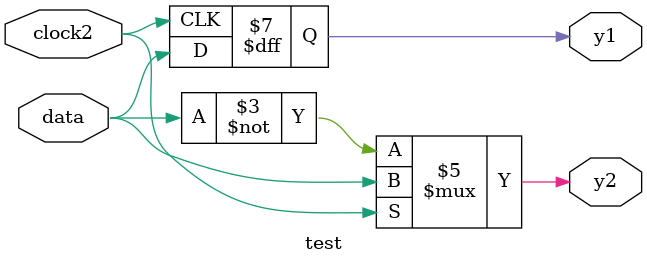
<source format=v>
module test (clock2, data, y1, y2);
input clock2, data;
output y1, y2;
reg y1, y2;
always @(posedge clock2) //"clock2" is used as clock
y1 = data;
always @( data or clock2 )
if ( clock2 ) //warning
y2 = data;
else
y2 = ~data;
endmodule


</source>
